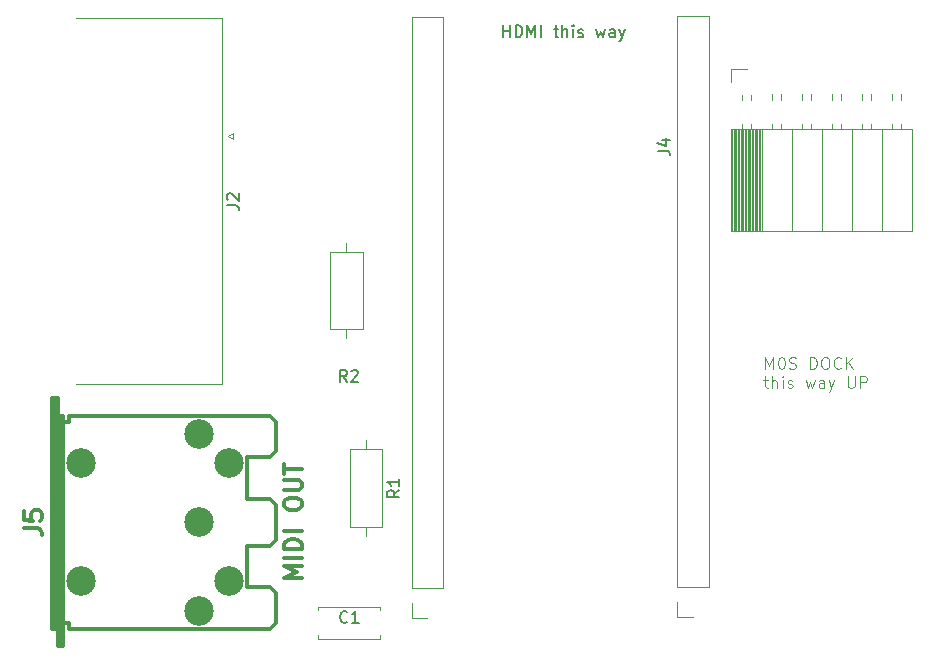
<source format=gbr>
%TF.GenerationSoftware,KiCad,Pcbnew,7.0.11+1*%
%TF.CreationDate,2024-06-08T09:30:18+01:00*%
%TF.ProjectId,nanoshield,6e616e6f-7368-4696-956c-642e6b696361,rev?*%
%TF.SameCoordinates,Original*%
%TF.FileFunction,Legend,Top*%
%TF.FilePolarity,Positive*%
%FSLAX46Y46*%
G04 Gerber Fmt 4.6, Leading zero omitted, Abs format (unit mm)*
G04 Created by KiCad (PCBNEW 7.0.11+1) date 2024-06-08 09:30:18*
%MOMM*%
%LPD*%
G01*
G04 APERTURE LIST*
%ADD10C,0.100000*%
%ADD11C,0.150000*%
%ADD12C,0.304800*%
%ADD13C,0.120000*%
%ADD14C,2.499360*%
G04 APERTURE END LIST*
D10*
X151153884Y-61462419D02*
X151153884Y-60462419D01*
X151153884Y-60462419D02*
X151487217Y-61176704D01*
X151487217Y-61176704D02*
X151820550Y-60462419D01*
X151820550Y-60462419D02*
X151820550Y-61462419D01*
X152487217Y-60462419D02*
X152582455Y-60462419D01*
X152582455Y-60462419D02*
X152677693Y-60510038D01*
X152677693Y-60510038D02*
X152725312Y-60557657D01*
X152725312Y-60557657D02*
X152772931Y-60652895D01*
X152772931Y-60652895D02*
X152820550Y-60843371D01*
X152820550Y-60843371D02*
X152820550Y-61081466D01*
X152820550Y-61081466D02*
X152772931Y-61271942D01*
X152772931Y-61271942D02*
X152725312Y-61367180D01*
X152725312Y-61367180D02*
X152677693Y-61414800D01*
X152677693Y-61414800D02*
X152582455Y-61462419D01*
X152582455Y-61462419D02*
X152487217Y-61462419D01*
X152487217Y-61462419D02*
X152391979Y-61414800D01*
X152391979Y-61414800D02*
X152344360Y-61367180D01*
X152344360Y-61367180D02*
X152296741Y-61271942D01*
X152296741Y-61271942D02*
X152249122Y-61081466D01*
X152249122Y-61081466D02*
X152249122Y-60843371D01*
X152249122Y-60843371D02*
X152296741Y-60652895D01*
X152296741Y-60652895D02*
X152344360Y-60557657D01*
X152344360Y-60557657D02*
X152391979Y-60510038D01*
X152391979Y-60510038D02*
X152487217Y-60462419D01*
X153201503Y-61414800D02*
X153344360Y-61462419D01*
X153344360Y-61462419D02*
X153582455Y-61462419D01*
X153582455Y-61462419D02*
X153677693Y-61414800D01*
X153677693Y-61414800D02*
X153725312Y-61367180D01*
X153725312Y-61367180D02*
X153772931Y-61271942D01*
X153772931Y-61271942D02*
X153772931Y-61176704D01*
X153772931Y-61176704D02*
X153725312Y-61081466D01*
X153725312Y-61081466D02*
X153677693Y-61033847D01*
X153677693Y-61033847D02*
X153582455Y-60986228D01*
X153582455Y-60986228D02*
X153391979Y-60938609D01*
X153391979Y-60938609D02*
X153296741Y-60890990D01*
X153296741Y-60890990D02*
X153249122Y-60843371D01*
X153249122Y-60843371D02*
X153201503Y-60748133D01*
X153201503Y-60748133D02*
X153201503Y-60652895D01*
X153201503Y-60652895D02*
X153249122Y-60557657D01*
X153249122Y-60557657D02*
X153296741Y-60510038D01*
X153296741Y-60510038D02*
X153391979Y-60462419D01*
X153391979Y-60462419D02*
X153630074Y-60462419D01*
X153630074Y-60462419D02*
X153772931Y-60510038D01*
X154963408Y-61462419D02*
X154963408Y-60462419D01*
X154963408Y-60462419D02*
X155201503Y-60462419D01*
X155201503Y-60462419D02*
X155344360Y-60510038D01*
X155344360Y-60510038D02*
X155439598Y-60605276D01*
X155439598Y-60605276D02*
X155487217Y-60700514D01*
X155487217Y-60700514D02*
X155534836Y-60890990D01*
X155534836Y-60890990D02*
X155534836Y-61033847D01*
X155534836Y-61033847D02*
X155487217Y-61224323D01*
X155487217Y-61224323D02*
X155439598Y-61319561D01*
X155439598Y-61319561D02*
X155344360Y-61414800D01*
X155344360Y-61414800D02*
X155201503Y-61462419D01*
X155201503Y-61462419D02*
X154963408Y-61462419D01*
X156153884Y-60462419D02*
X156344360Y-60462419D01*
X156344360Y-60462419D02*
X156439598Y-60510038D01*
X156439598Y-60510038D02*
X156534836Y-60605276D01*
X156534836Y-60605276D02*
X156582455Y-60795752D01*
X156582455Y-60795752D02*
X156582455Y-61129085D01*
X156582455Y-61129085D02*
X156534836Y-61319561D01*
X156534836Y-61319561D02*
X156439598Y-61414800D01*
X156439598Y-61414800D02*
X156344360Y-61462419D01*
X156344360Y-61462419D02*
X156153884Y-61462419D01*
X156153884Y-61462419D02*
X156058646Y-61414800D01*
X156058646Y-61414800D02*
X155963408Y-61319561D01*
X155963408Y-61319561D02*
X155915789Y-61129085D01*
X155915789Y-61129085D02*
X155915789Y-60795752D01*
X155915789Y-60795752D02*
X155963408Y-60605276D01*
X155963408Y-60605276D02*
X156058646Y-60510038D01*
X156058646Y-60510038D02*
X156153884Y-60462419D01*
X157582455Y-61367180D02*
X157534836Y-61414800D01*
X157534836Y-61414800D02*
X157391979Y-61462419D01*
X157391979Y-61462419D02*
X157296741Y-61462419D01*
X157296741Y-61462419D02*
X157153884Y-61414800D01*
X157153884Y-61414800D02*
X157058646Y-61319561D01*
X157058646Y-61319561D02*
X157011027Y-61224323D01*
X157011027Y-61224323D02*
X156963408Y-61033847D01*
X156963408Y-61033847D02*
X156963408Y-60890990D01*
X156963408Y-60890990D02*
X157011027Y-60700514D01*
X157011027Y-60700514D02*
X157058646Y-60605276D01*
X157058646Y-60605276D02*
X157153884Y-60510038D01*
X157153884Y-60510038D02*
X157296741Y-60462419D01*
X157296741Y-60462419D02*
X157391979Y-60462419D01*
X157391979Y-60462419D02*
X157534836Y-60510038D01*
X157534836Y-60510038D02*
X157582455Y-60557657D01*
X158011027Y-61462419D02*
X158011027Y-60462419D01*
X158582455Y-61462419D02*
X158153884Y-60890990D01*
X158582455Y-60462419D02*
X158011027Y-61033847D01*
X151011027Y-62405752D02*
X151391979Y-62405752D01*
X151153884Y-62072419D02*
X151153884Y-62929561D01*
X151153884Y-62929561D02*
X151201503Y-63024800D01*
X151201503Y-63024800D02*
X151296741Y-63072419D01*
X151296741Y-63072419D02*
X151391979Y-63072419D01*
X151725313Y-63072419D02*
X151725313Y-62072419D01*
X152153884Y-63072419D02*
X152153884Y-62548609D01*
X152153884Y-62548609D02*
X152106265Y-62453371D01*
X152106265Y-62453371D02*
X152011027Y-62405752D01*
X152011027Y-62405752D02*
X151868170Y-62405752D01*
X151868170Y-62405752D02*
X151772932Y-62453371D01*
X151772932Y-62453371D02*
X151725313Y-62500990D01*
X152630075Y-63072419D02*
X152630075Y-62405752D01*
X152630075Y-62072419D02*
X152582456Y-62120038D01*
X152582456Y-62120038D02*
X152630075Y-62167657D01*
X152630075Y-62167657D02*
X152677694Y-62120038D01*
X152677694Y-62120038D02*
X152630075Y-62072419D01*
X152630075Y-62072419D02*
X152630075Y-62167657D01*
X153058646Y-63024800D02*
X153153884Y-63072419D01*
X153153884Y-63072419D02*
X153344360Y-63072419D01*
X153344360Y-63072419D02*
X153439598Y-63024800D01*
X153439598Y-63024800D02*
X153487217Y-62929561D01*
X153487217Y-62929561D02*
X153487217Y-62881942D01*
X153487217Y-62881942D02*
X153439598Y-62786704D01*
X153439598Y-62786704D02*
X153344360Y-62739085D01*
X153344360Y-62739085D02*
X153201503Y-62739085D01*
X153201503Y-62739085D02*
X153106265Y-62691466D01*
X153106265Y-62691466D02*
X153058646Y-62596228D01*
X153058646Y-62596228D02*
X153058646Y-62548609D01*
X153058646Y-62548609D02*
X153106265Y-62453371D01*
X153106265Y-62453371D02*
X153201503Y-62405752D01*
X153201503Y-62405752D02*
X153344360Y-62405752D01*
X153344360Y-62405752D02*
X153439598Y-62453371D01*
X154582456Y-62405752D02*
X154772932Y-63072419D01*
X154772932Y-63072419D02*
X154963408Y-62596228D01*
X154963408Y-62596228D02*
X155153884Y-63072419D01*
X155153884Y-63072419D02*
X155344360Y-62405752D01*
X156153884Y-63072419D02*
X156153884Y-62548609D01*
X156153884Y-62548609D02*
X156106265Y-62453371D01*
X156106265Y-62453371D02*
X156011027Y-62405752D01*
X156011027Y-62405752D02*
X155820551Y-62405752D01*
X155820551Y-62405752D02*
X155725313Y-62453371D01*
X156153884Y-63024800D02*
X156058646Y-63072419D01*
X156058646Y-63072419D02*
X155820551Y-63072419D01*
X155820551Y-63072419D02*
X155725313Y-63024800D01*
X155725313Y-63024800D02*
X155677694Y-62929561D01*
X155677694Y-62929561D02*
X155677694Y-62834323D01*
X155677694Y-62834323D02*
X155725313Y-62739085D01*
X155725313Y-62739085D02*
X155820551Y-62691466D01*
X155820551Y-62691466D02*
X156058646Y-62691466D01*
X156058646Y-62691466D02*
X156153884Y-62643847D01*
X156534837Y-62405752D02*
X156772932Y-63072419D01*
X157011027Y-62405752D02*
X156772932Y-63072419D01*
X156772932Y-63072419D02*
X156677694Y-63310514D01*
X156677694Y-63310514D02*
X156630075Y-63358133D01*
X156630075Y-63358133D02*
X156534837Y-63405752D01*
X158153885Y-62072419D02*
X158153885Y-62881942D01*
X158153885Y-62881942D02*
X158201504Y-62977180D01*
X158201504Y-62977180D02*
X158249123Y-63024800D01*
X158249123Y-63024800D02*
X158344361Y-63072419D01*
X158344361Y-63072419D02*
X158534837Y-63072419D01*
X158534837Y-63072419D02*
X158630075Y-63024800D01*
X158630075Y-63024800D02*
X158677694Y-62977180D01*
X158677694Y-62977180D02*
X158725313Y-62881942D01*
X158725313Y-62881942D02*
X158725313Y-62072419D01*
X159201504Y-63072419D02*
X159201504Y-62072419D01*
X159201504Y-62072419D02*
X159582456Y-62072419D01*
X159582456Y-62072419D02*
X159677694Y-62120038D01*
X159677694Y-62120038D02*
X159725313Y-62167657D01*
X159725313Y-62167657D02*
X159772932Y-62262895D01*
X159772932Y-62262895D02*
X159772932Y-62405752D01*
X159772932Y-62405752D02*
X159725313Y-62500990D01*
X159725313Y-62500990D02*
X159677694Y-62548609D01*
X159677694Y-62548609D02*
X159582456Y-62596228D01*
X159582456Y-62596228D02*
X159201504Y-62596228D01*
D11*
X128986779Y-33369819D02*
X128986779Y-32369819D01*
X128986779Y-32846009D02*
X129558207Y-32846009D01*
X129558207Y-33369819D02*
X129558207Y-32369819D01*
X130034398Y-33369819D02*
X130034398Y-32369819D01*
X130034398Y-32369819D02*
X130272493Y-32369819D01*
X130272493Y-32369819D02*
X130415350Y-32417438D01*
X130415350Y-32417438D02*
X130510588Y-32512676D01*
X130510588Y-32512676D02*
X130558207Y-32607914D01*
X130558207Y-32607914D02*
X130605826Y-32798390D01*
X130605826Y-32798390D02*
X130605826Y-32941247D01*
X130605826Y-32941247D02*
X130558207Y-33131723D01*
X130558207Y-33131723D02*
X130510588Y-33226961D01*
X130510588Y-33226961D02*
X130415350Y-33322200D01*
X130415350Y-33322200D02*
X130272493Y-33369819D01*
X130272493Y-33369819D02*
X130034398Y-33369819D01*
X131034398Y-33369819D02*
X131034398Y-32369819D01*
X131034398Y-32369819D02*
X131367731Y-33084104D01*
X131367731Y-33084104D02*
X131701064Y-32369819D01*
X131701064Y-32369819D02*
X131701064Y-33369819D01*
X132177255Y-33369819D02*
X132177255Y-32369819D01*
X133272493Y-32703152D02*
X133653445Y-32703152D01*
X133415350Y-32369819D02*
X133415350Y-33226961D01*
X133415350Y-33226961D02*
X133462969Y-33322200D01*
X133462969Y-33322200D02*
X133558207Y-33369819D01*
X133558207Y-33369819D02*
X133653445Y-33369819D01*
X133986779Y-33369819D02*
X133986779Y-32369819D01*
X134415350Y-33369819D02*
X134415350Y-32846009D01*
X134415350Y-32846009D02*
X134367731Y-32750771D01*
X134367731Y-32750771D02*
X134272493Y-32703152D01*
X134272493Y-32703152D02*
X134129636Y-32703152D01*
X134129636Y-32703152D02*
X134034398Y-32750771D01*
X134034398Y-32750771D02*
X133986779Y-32798390D01*
X134891541Y-33369819D02*
X134891541Y-32703152D01*
X134891541Y-32369819D02*
X134843922Y-32417438D01*
X134843922Y-32417438D02*
X134891541Y-32465057D01*
X134891541Y-32465057D02*
X134939160Y-32417438D01*
X134939160Y-32417438D02*
X134891541Y-32369819D01*
X134891541Y-32369819D02*
X134891541Y-32465057D01*
X135320112Y-33322200D02*
X135415350Y-33369819D01*
X135415350Y-33369819D02*
X135605826Y-33369819D01*
X135605826Y-33369819D02*
X135701064Y-33322200D01*
X135701064Y-33322200D02*
X135748683Y-33226961D01*
X135748683Y-33226961D02*
X135748683Y-33179342D01*
X135748683Y-33179342D02*
X135701064Y-33084104D01*
X135701064Y-33084104D02*
X135605826Y-33036485D01*
X135605826Y-33036485D02*
X135462969Y-33036485D01*
X135462969Y-33036485D02*
X135367731Y-32988866D01*
X135367731Y-32988866D02*
X135320112Y-32893628D01*
X135320112Y-32893628D02*
X135320112Y-32846009D01*
X135320112Y-32846009D02*
X135367731Y-32750771D01*
X135367731Y-32750771D02*
X135462969Y-32703152D01*
X135462969Y-32703152D02*
X135605826Y-32703152D01*
X135605826Y-32703152D02*
X135701064Y-32750771D01*
X136843922Y-32703152D02*
X137034398Y-33369819D01*
X137034398Y-33369819D02*
X137224874Y-32893628D01*
X137224874Y-32893628D02*
X137415350Y-33369819D01*
X137415350Y-33369819D02*
X137605826Y-32703152D01*
X138415350Y-33369819D02*
X138415350Y-32846009D01*
X138415350Y-32846009D02*
X138367731Y-32750771D01*
X138367731Y-32750771D02*
X138272493Y-32703152D01*
X138272493Y-32703152D02*
X138082017Y-32703152D01*
X138082017Y-32703152D02*
X137986779Y-32750771D01*
X138415350Y-33322200D02*
X138320112Y-33369819D01*
X138320112Y-33369819D02*
X138082017Y-33369819D01*
X138082017Y-33369819D02*
X137986779Y-33322200D01*
X137986779Y-33322200D02*
X137939160Y-33226961D01*
X137939160Y-33226961D02*
X137939160Y-33131723D01*
X137939160Y-33131723D02*
X137986779Y-33036485D01*
X137986779Y-33036485D02*
X138082017Y-32988866D01*
X138082017Y-32988866D02*
X138320112Y-32988866D01*
X138320112Y-32988866D02*
X138415350Y-32941247D01*
X138796303Y-32703152D02*
X139034398Y-33369819D01*
X139272493Y-32703152D02*
X139034398Y-33369819D01*
X139034398Y-33369819D02*
X138939160Y-33607914D01*
X138939160Y-33607914D02*
X138891541Y-33655533D01*
X138891541Y-33655533D02*
X138796303Y-33703152D01*
X105574819Y-47583333D02*
X106289104Y-47583333D01*
X106289104Y-47583333D02*
X106431961Y-47630952D01*
X106431961Y-47630952D02*
X106527200Y-47726190D01*
X106527200Y-47726190D02*
X106574819Y-47869047D01*
X106574819Y-47869047D02*
X106574819Y-47964285D01*
X105670057Y-47154761D02*
X105622438Y-47107142D01*
X105622438Y-47107142D02*
X105574819Y-47011904D01*
X105574819Y-47011904D02*
X105574819Y-46773809D01*
X105574819Y-46773809D02*
X105622438Y-46678571D01*
X105622438Y-46678571D02*
X105670057Y-46630952D01*
X105670057Y-46630952D02*
X105765295Y-46583333D01*
X105765295Y-46583333D02*
X105860533Y-46583333D01*
X105860533Y-46583333D02*
X106003390Y-46630952D01*
X106003390Y-46630952D02*
X106574819Y-47202380D01*
X106574819Y-47202380D02*
X106574819Y-46583333D01*
X115783333Y-82859580D02*
X115735714Y-82907200D01*
X115735714Y-82907200D02*
X115592857Y-82954819D01*
X115592857Y-82954819D02*
X115497619Y-82954819D01*
X115497619Y-82954819D02*
X115354762Y-82907200D01*
X115354762Y-82907200D02*
X115259524Y-82811961D01*
X115259524Y-82811961D02*
X115211905Y-82716723D01*
X115211905Y-82716723D02*
X115164286Y-82526247D01*
X115164286Y-82526247D02*
X115164286Y-82383390D01*
X115164286Y-82383390D02*
X115211905Y-82192914D01*
X115211905Y-82192914D02*
X115259524Y-82097676D01*
X115259524Y-82097676D02*
X115354762Y-82002438D01*
X115354762Y-82002438D02*
X115497619Y-81954819D01*
X115497619Y-81954819D02*
X115592857Y-81954819D01*
X115592857Y-81954819D02*
X115735714Y-82002438D01*
X115735714Y-82002438D02*
X115783333Y-82050057D01*
X116735714Y-82954819D02*
X116164286Y-82954819D01*
X116450000Y-82954819D02*
X116450000Y-81954819D01*
X116450000Y-81954819D02*
X116354762Y-82097676D01*
X116354762Y-82097676D02*
X116259524Y-82192914D01*
X116259524Y-82192914D02*
X116164286Y-82240533D01*
X120174819Y-71716666D02*
X119698628Y-72049999D01*
X120174819Y-72288094D02*
X119174819Y-72288094D01*
X119174819Y-72288094D02*
X119174819Y-71907142D01*
X119174819Y-71907142D02*
X119222438Y-71811904D01*
X119222438Y-71811904D02*
X119270057Y-71764285D01*
X119270057Y-71764285D02*
X119365295Y-71716666D01*
X119365295Y-71716666D02*
X119508152Y-71716666D01*
X119508152Y-71716666D02*
X119603390Y-71764285D01*
X119603390Y-71764285D02*
X119651009Y-71811904D01*
X119651009Y-71811904D02*
X119698628Y-71907142D01*
X119698628Y-71907142D02*
X119698628Y-72288094D01*
X120174819Y-70764285D02*
X120174819Y-71335713D01*
X120174819Y-71049999D02*
X119174819Y-71049999D01*
X119174819Y-71049999D02*
X119317676Y-71145237D01*
X119317676Y-71145237D02*
X119412914Y-71240475D01*
X119412914Y-71240475D02*
X119460533Y-71335713D01*
D12*
X88412141Y-74956700D02*
X89500712Y-74956700D01*
X89500712Y-74956700D02*
X89718427Y-75029271D01*
X89718427Y-75029271D02*
X89863570Y-75174414D01*
X89863570Y-75174414D02*
X89936141Y-75392128D01*
X89936141Y-75392128D02*
X89936141Y-75537271D01*
X88412141Y-73505271D02*
X88412141Y-74230985D01*
X88412141Y-74230985D02*
X89137855Y-74303557D01*
X89137855Y-74303557D02*
X89065284Y-74230985D01*
X89065284Y-74230985D02*
X88992712Y-74085843D01*
X88992712Y-74085843D02*
X88992712Y-73722985D01*
X88992712Y-73722985D02*
X89065284Y-73577843D01*
X89065284Y-73577843D02*
X89137855Y-73505271D01*
X89137855Y-73505271D02*
X89282998Y-73432700D01*
X89282998Y-73432700D02*
X89645855Y-73432700D01*
X89645855Y-73432700D02*
X89790998Y-73505271D01*
X89790998Y-73505271D02*
X89863570Y-73577843D01*
X89863570Y-73577843D02*
X89936141Y-73722985D01*
X89936141Y-73722985D02*
X89936141Y-74085843D01*
X89936141Y-74085843D02*
X89863570Y-74230985D01*
X89863570Y-74230985D02*
X89790998Y-74303557D01*
X111937621Y-79202127D02*
X110413621Y-79202127D01*
X110413621Y-79202127D02*
X111502192Y-78694127D01*
X111502192Y-78694127D02*
X110413621Y-78186127D01*
X110413621Y-78186127D02*
X111937621Y-78186127D01*
X111937621Y-77460413D02*
X110413621Y-77460413D01*
X111937621Y-76734699D02*
X110413621Y-76734699D01*
X110413621Y-76734699D02*
X110413621Y-76371842D01*
X110413621Y-76371842D02*
X110486192Y-76154128D01*
X110486192Y-76154128D02*
X110631335Y-76008985D01*
X110631335Y-76008985D02*
X110776478Y-75936414D01*
X110776478Y-75936414D02*
X111066764Y-75863842D01*
X111066764Y-75863842D02*
X111284478Y-75863842D01*
X111284478Y-75863842D02*
X111574764Y-75936414D01*
X111574764Y-75936414D02*
X111719907Y-76008985D01*
X111719907Y-76008985D02*
X111865050Y-76154128D01*
X111865050Y-76154128D02*
X111937621Y-76371842D01*
X111937621Y-76371842D02*
X111937621Y-76734699D01*
X111937621Y-75210699D02*
X110413621Y-75210699D01*
X110413621Y-73033557D02*
X110413621Y-72743271D01*
X110413621Y-72743271D02*
X110486192Y-72598128D01*
X110486192Y-72598128D02*
X110631335Y-72452985D01*
X110631335Y-72452985D02*
X110921621Y-72380414D01*
X110921621Y-72380414D02*
X111429621Y-72380414D01*
X111429621Y-72380414D02*
X111719907Y-72452985D01*
X111719907Y-72452985D02*
X111865050Y-72598128D01*
X111865050Y-72598128D02*
X111937621Y-72743271D01*
X111937621Y-72743271D02*
X111937621Y-73033557D01*
X111937621Y-73033557D02*
X111865050Y-73178700D01*
X111865050Y-73178700D02*
X111719907Y-73323842D01*
X111719907Y-73323842D02*
X111429621Y-73396414D01*
X111429621Y-73396414D02*
X110921621Y-73396414D01*
X110921621Y-73396414D02*
X110631335Y-73323842D01*
X110631335Y-73323842D02*
X110486192Y-73178700D01*
X110486192Y-73178700D02*
X110413621Y-73033557D01*
X110413621Y-71727271D02*
X111647335Y-71727271D01*
X111647335Y-71727271D02*
X111792478Y-71654700D01*
X111792478Y-71654700D02*
X111865050Y-71582129D01*
X111865050Y-71582129D02*
X111937621Y-71436986D01*
X111937621Y-71436986D02*
X111937621Y-71146700D01*
X111937621Y-71146700D02*
X111865050Y-71001557D01*
X111865050Y-71001557D02*
X111792478Y-70928986D01*
X111792478Y-70928986D02*
X111647335Y-70856414D01*
X111647335Y-70856414D02*
X110413621Y-70856414D01*
X110413621Y-70348415D02*
X110413621Y-69477558D01*
X111937621Y-69912986D02*
X110413621Y-69912986D01*
D11*
X115733333Y-62554819D02*
X115400000Y-62078628D01*
X115161905Y-62554819D02*
X115161905Y-61554819D01*
X115161905Y-61554819D02*
X115542857Y-61554819D01*
X115542857Y-61554819D02*
X115638095Y-61602438D01*
X115638095Y-61602438D02*
X115685714Y-61650057D01*
X115685714Y-61650057D02*
X115733333Y-61745295D01*
X115733333Y-61745295D02*
X115733333Y-61888152D01*
X115733333Y-61888152D02*
X115685714Y-61983390D01*
X115685714Y-61983390D02*
X115638095Y-62031009D01*
X115638095Y-62031009D02*
X115542857Y-62078628D01*
X115542857Y-62078628D02*
X115161905Y-62078628D01*
X116114286Y-61650057D02*
X116161905Y-61602438D01*
X116161905Y-61602438D02*
X116257143Y-61554819D01*
X116257143Y-61554819D02*
X116495238Y-61554819D01*
X116495238Y-61554819D02*
X116590476Y-61602438D01*
X116590476Y-61602438D02*
X116638095Y-61650057D01*
X116638095Y-61650057D02*
X116685714Y-61745295D01*
X116685714Y-61745295D02*
X116685714Y-61840533D01*
X116685714Y-61840533D02*
X116638095Y-61983390D01*
X116638095Y-61983390D02*
X116066667Y-62554819D01*
X116066667Y-62554819D02*
X116685714Y-62554819D01*
X142084819Y-42983333D02*
X142799104Y-42983333D01*
X142799104Y-42983333D02*
X142941961Y-43030952D01*
X142941961Y-43030952D02*
X143037200Y-43126190D01*
X143037200Y-43126190D02*
X143084819Y-43269047D01*
X143084819Y-43269047D02*
X143084819Y-43364285D01*
X142418152Y-42078571D02*
X143084819Y-42078571D01*
X142037200Y-42316666D02*
X142751485Y-42554761D01*
X142751485Y-42554761D02*
X142751485Y-41935714D01*
D13*
%TO.C,J3*%
X123880000Y-79970000D02*
X123880000Y-31650000D01*
X123880000Y-79970000D02*
X121220000Y-79970000D01*
X123880000Y-31650000D02*
X121220000Y-31650000D01*
X122550000Y-82570000D02*
X121220000Y-82570000D01*
X121220000Y-82570000D02*
X121220000Y-81240000D01*
X121220000Y-79970000D02*
X121220000Y-31650000D01*
%TO.C,J1*%
X146380000Y-79890000D02*
X146380000Y-31570000D01*
X146380000Y-79890000D02*
X143720000Y-79890000D01*
X146380000Y-31570000D02*
X143720000Y-31570000D01*
X145050000Y-82490000D02*
X143720000Y-82490000D01*
X143720000Y-82490000D02*
X143720000Y-81160000D01*
X143720000Y-79890000D02*
X143720000Y-31570000D01*
%TO.C,J2*%
X105180000Y-31765000D02*
X105180000Y-62735000D01*
X92840000Y-31765000D02*
X105180000Y-31765000D01*
X106074338Y-41460000D02*
X106074338Y-41960000D01*
X105641325Y-41710000D02*
X106074338Y-41460000D01*
X106074338Y-41960000D02*
X105641325Y-41710000D01*
X105180000Y-62735000D02*
X92840000Y-62735000D01*
%TO.C,C1*%
X118520000Y-84320000D02*
X118520000Y-84005000D01*
X118520000Y-84320000D02*
X113280000Y-84320000D01*
X118520000Y-81895000D02*
X118520000Y-81580000D01*
X118520000Y-81580000D02*
X113280000Y-81580000D01*
X113280000Y-84320000D02*
X113280000Y-84005000D01*
X113280000Y-81895000D02*
X113280000Y-81580000D01*
%TO.C,R1*%
X117350000Y-67510000D02*
X117350000Y-68280000D01*
X118720000Y-68280000D02*
X115980000Y-68280000D01*
X115980000Y-68280000D02*
X115980000Y-74820000D01*
X118720000Y-74820000D02*
X118720000Y-68280000D01*
X115980000Y-74820000D02*
X118720000Y-74820000D01*
X117350000Y-75590000D02*
X117350000Y-74820000D01*
D12*
%TO.C,J5*%
X91248480Y-63948340D02*
X91248480Y-65449480D01*
X90997020Y-63948340D02*
X90997020Y-83447920D01*
X90748100Y-63948340D02*
X91248480Y-63948340D01*
X109246920Y-65449480D02*
X92246700Y-65449480D01*
X109246920Y-65449480D02*
X109747300Y-65949860D01*
X92246700Y-65449480D02*
X92246700Y-65949860D01*
X91748860Y-65449480D02*
X91748860Y-84949060D01*
X91497400Y-65449480D02*
X91497400Y-84949060D01*
X91248480Y-65449480D02*
X91748860Y-65449480D01*
X109747300Y-65949860D02*
X109747300Y-68449220D01*
X92246700Y-65949860D02*
X91748860Y-65949860D01*
X109747300Y-68449220D02*
X109246920Y-68949600D01*
X109246920Y-68949600D02*
X107247940Y-68949600D01*
X107247940Y-68949600D02*
X107247940Y-72449720D01*
X109246920Y-72449720D02*
X107247940Y-72449720D01*
X109747300Y-72947560D02*
X109246920Y-72449720D01*
X109747300Y-72947560D02*
X109747300Y-75949840D01*
X109747300Y-75949840D02*
X109246920Y-76447680D01*
X109246920Y-76447680D02*
X107247940Y-76447680D01*
X109246920Y-79947800D02*
X107247940Y-79947800D01*
X107247940Y-79947800D02*
X107247940Y-76447680D01*
X109747300Y-80448180D02*
X109246920Y-79947800D01*
X109747300Y-80948560D02*
X109747300Y-80448180D01*
X109747300Y-82947540D02*
X109747300Y-80948560D01*
X91748860Y-82947540D02*
X92246700Y-82947540D01*
X109246920Y-83447920D02*
X109747300Y-82947540D01*
X109246920Y-83447920D02*
X92246700Y-83447920D01*
X92246700Y-83447920D02*
X92246700Y-82947540D01*
X91248480Y-83447920D02*
X91248480Y-65449480D01*
X91248480Y-83447920D02*
X90748100Y-83447920D01*
X90748100Y-83447920D02*
X90748100Y-63948340D01*
X91748860Y-84949060D02*
X91248480Y-84949060D01*
X91248480Y-84949060D02*
X91248480Y-83447920D01*
D13*
%TO.C,R2*%
X115700000Y-58840000D02*
X115700000Y-58070000D01*
X114330000Y-58070000D02*
X117070000Y-58070000D01*
X117070000Y-58070000D02*
X117070000Y-51530000D01*
X114330000Y-51530000D02*
X114330000Y-58070000D01*
X117070000Y-51530000D02*
X114330000Y-51530000D01*
X115700000Y-50760000D02*
X115700000Y-51530000D01*
%TO.C,J4*%
X148250000Y-49790000D02*
X163610000Y-49790000D01*
X148250000Y-49790000D02*
X148250000Y-41160000D01*
X148370000Y-49790000D02*
X148370000Y-41160000D01*
X148488095Y-49790000D02*
X148488095Y-41160000D01*
X148606190Y-49790000D02*
X148606190Y-41160000D01*
X148724285Y-49790000D02*
X148724285Y-41160000D01*
X148842380Y-49790000D02*
X148842380Y-41160000D01*
X148960475Y-49790000D02*
X148960475Y-41160000D01*
X149078570Y-49790000D02*
X149078570Y-41160000D01*
X149196665Y-49790000D02*
X149196665Y-41160000D01*
X149314760Y-49790000D02*
X149314760Y-41160000D01*
X149432855Y-49790000D02*
X149432855Y-41160000D01*
X149550950Y-49790000D02*
X149550950Y-41160000D01*
X149669045Y-49790000D02*
X149669045Y-41160000D01*
X149787140Y-49790000D02*
X149787140Y-41160000D01*
X149905235Y-49790000D02*
X149905235Y-41160000D01*
X150023330Y-49790000D02*
X150023330Y-41160000D01*
X150141425Y-49790000D02*
X150141425Y-41160000D01*
X150259520Y-49790000D02*
X150259520Y-41160000D01*
X150377615Y-49790000D02*
X150377615Y-41160000D01*
X150495710Y-49790000D02*
X150495710Y-41160000D01*
X150613805Y-49790000D02*
X150613805Y-41160000D01*
X150731900Y-49790000D02*
X150731900Y-41160000D01*
X150850000Y-49790000D02*
X150850000Y-41160000D01*
X153390000Y-49790000D02*
X153390000Y-41160000D01*
X155930000Y-49790000D02*
X155930000Y-41160000D01*
X158470000Y-49790000D02*
X158470000Y-41160000D01*
X161010000Y-49790000D02*
X161010000Y-41160000D01*
X163610000Y-49790000D02*
X163610000Y-41160000D01*
X148250000Y-41160000D02*
X163610000Y-41160000D01*
X149220000Y-41160000D02*
X149220000Y-40750000D01*
X149940000Y-41160000D02*
X149940000Y-40750000D01*
X151760000Y-41160000D02*
X151760000Y-40750000D01*
X152480000Y-41160000D02*
X152480000Y-40750000D01*
X154300000Y-41160000D02*
X154300000Y-40750000D01*
X155020000Y-41160000D02*
X155020000Y-40750000D01*
X156840000Y-41160000D02*
X156840000Y-40750000D01*
X157560000Y-41160000D02*
X157560000Y-40750000D01*
X159380000Y-41160000D02*
X159380000Y-40750000D01*
X160100000Y-41160000D02*
X160100000Y-40750000D01*
X161920000Y-41160000D02*
X161920000Y-40750000D01*
X162640000Y-41160000D02*
X162640000Y-40750000D01*
X149220000Y-38650000D02*
X149220000Y-38270000D01*
X149940000Y-38650000D02*
X149940000Y-38270000D01*
X151760000Y-38650000D02*
X151760000Y-38210000D01*
X152480000Y-38650000D02*
X152480000Y-38210000D01*
X154300000Y-38650000D02*
X154300000Y-38210000D01*
X155020000Y-38650000D02*
X155020000Y-38210000D01*
X156840000Y-38650000D02*
X156840000Y-38210000D01*
X157560000Y-38650000D02*
X157560000Y-38210000D01*
X159380000Y-38650000D02*
X159380000Y-38210000D01*
X160100000Y-38650000D02*
X160100000Y-38210000D01*
X161920000Y-38650000D02*
X161920000Y-38210000D01*
X162640000Y-38650000D02*
X162640000Y-38210000D01*
X148250000Y-37160000D02*
X148250000Y-36050000D01*
X148250000Y-36050000D02*
X149580000Y-36050000D01*
%TD*%
D14*
%TO.C,J5*%
X93250000Y-69447440D03*
X93250000Y-79449960D03*
X103244900Y-81946780D03*
X103247440Y-74448700D03*
X103244900Y-66950620D03*
X105746800Y-79444880D03*
X105746800Y-69452520D03*
%TD*%
M02*

</source>
